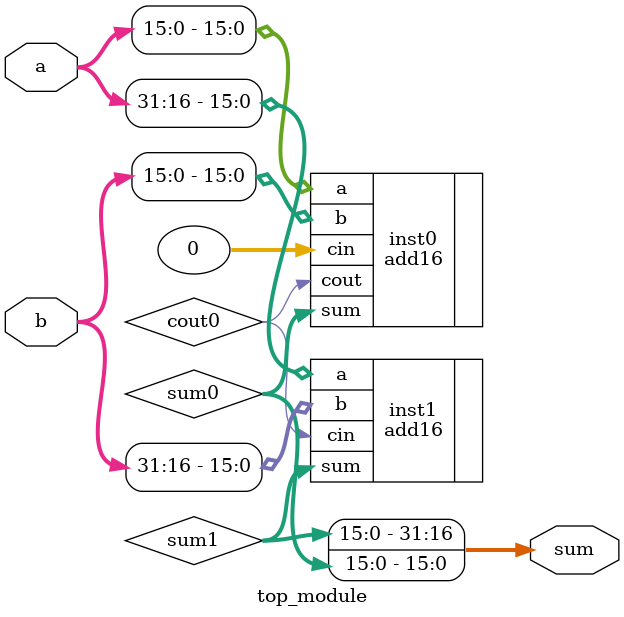
<source format=v>
module top_module(
    input [31:0] a,
    input [31:0] b,
    output [31:0] sum
);
    wire [15:0] sum0;
    wire [15:0] sum1;
    wire cout0;
    
    add16 inst0( .a(a[15:0]), .b(b[15:0]), .cin('b0), .sum(sum0), .cout(cout0));
    add16 inst1( .a(a[31:16]), .b(b[31:16]), .cin(cout0), .sum(sum1));
    
    assign sum = {sum1, sum0};
endmodule
</source>
